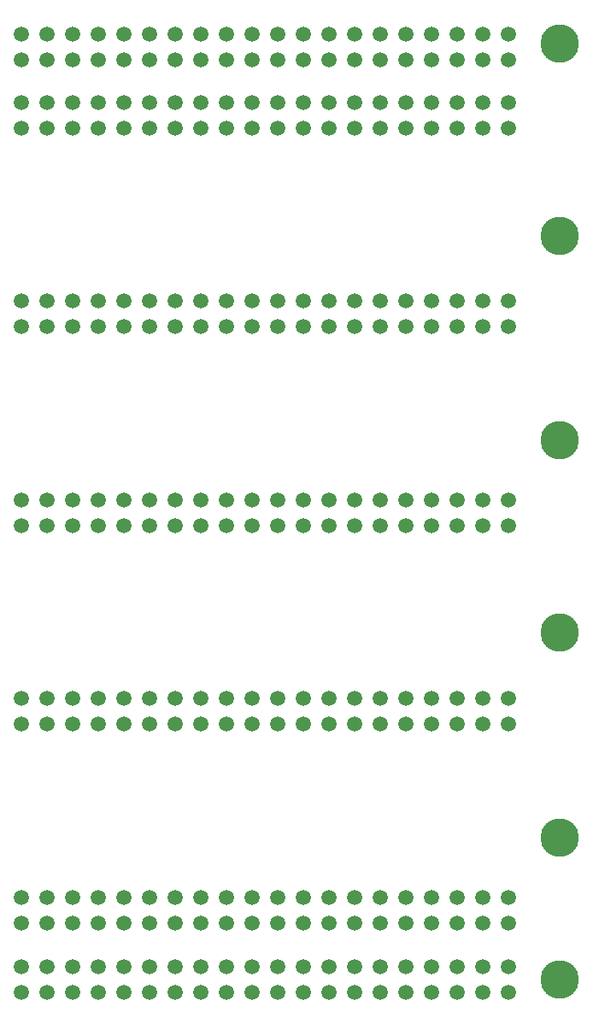
<source format=gbr>
G04 DipTrace 4.3.0.5*
G04 TopPaste.gbr*
%MOMM*%
G04 #@! TF.FileFunction,Paste,Top*
G04 #@! TF.Part,Single*
%ADD27C,3.8*%
%ADD29C,1.5*%
%FSLAX35Y35*%
G04*
G71*
G90*
G75*
G01*
G04 TopPaste*
%LPD*%
D29*
X4826000Y8559123D3*
Y8813123D3*
X4572000Y8559123D3*
Y8813123D3*
X4318000Y8559123D3*
Y8813123D3*
X4064000Y8559123D3*
Y8813123D3*
X3810000Y8559123D3*
Y8813123D3*
X3556000Y8559123D3*
Y8813123D3*
X3302000Y8559123D3*
Y8813123D3*
X3048000Y8559123D3*
Y8813123D3*
X2794000Y8559123D3*
Y8813123D3*
X2540000Y8559123D3*
Y8813123D3*
X2286000Y8559123D3*
Y8813123D3*
X2032000Y8559123D3*
Y8813123D3*
X1778000Y8559123D3*
Y8813123D3*
X1524000Y8559123D3*
Y8813123D3*
X1270000Y8559123D3*
Y8813123D3*
X1016000Y8559123D3*
Y8813123D3*
X762000Y8559123D3*
Y8813123D3*
X508000Y8559123D3*
Y8813123D3*
X254000Y8559123D3*
Y8813123D3*
X0Y8559123D3*
Y8813123D3*
X4826000Y9229873D3*
Y9483873D3*
X4572000Y9229873D3*
Y9483873D3*
X4318000Y9229873D3*
Y9483873D3*
X4064000Y9229873D3*
Y9483873D3*
X3810000Y9229873D3*
Y9483873D3*
X3556000Y9229873D3*
Y9483873D3*
X3302000Y9229873D3*
Y9483873D3*
X3048000Y9229873D3*
Y9483873D3*
X2794000Y9229873D3*
Y9483873D3*
X2540000Y9229873D3*
Y9483873D3*
X2286000Y9229873D3*
Y9483873D3*
X2032000Y9229873D3*
Y9483873D3*
X1778000Y9229873D3*
Y9483873D3*
X1524000Y9229873D3*
Y9483873D3*
X1270000Y9229873D3*
Y9483873D3*
X1016000Y9229873D3*
Y9483873D3*
X762000Y9229873D3*
Y9483873D3*
X508000Y9229873D3*
Y9483873D3*
X254000Y9229873D3*
Y9483873D3*
X0Y9229873D3*
Y9483873D3*
X4826000Y6590623D3*
Y6844623D3*
X4572000Y6590623D3*
Y6844623D3*
X4318000Y6590623D3*
Y6844623D3*
X4064000Y6590623D3*
Y6844623D3*
X3810000Y6590623D3*
Y6844623D3*
X3556000Y6590623D3*
Y6844623D3*
X3302000Y6590623D3*
Y6844623D3*
X3048000Y6590623D3*
Y6844623D3*
X2794000Y6590623D3*
Y6844623D3*
X2540000Y6590623D3*
Y6844623D3*
X2286000Y6590623D3*
Y6844623D3*
X2032000Y6590623D3*
Y6844623D3*
X1778000Y6590623D3*
Y6844623D3*
X1524000Y6590623D3*
Y6844623D3*
X1270000Y6590623D3*
Y6844623D3*
X1016000Y6590623D3*
Y6844623D3*
X762000Y6590623D3*
Y6844623D3*
X508000Y6590623D3*
Y6844623D3*
X254000Y6590623D3*
Y6844623D3*
X0Y6590623D3*
Y6844623D3*
X4826000Y0D3*
Y254000D3*
X4572000Y0D3*
Y254000D3*
X4318000Y0D3*
Y254000D3*
X4064000Y0D3*
Y254000D3*
X3810000Y0D3*
Y254000D3*
X3556000Y0D3*
Y254000D3*
X3302000Y0D3*
Y254000D3*
X3048000Y0D3*
Y254000D3*
X2794000Y0D3*
Y254000D3*
X2540000Y0D3*
Y254000D3*
X2286000Y0D3*
Y254000D3*
X2032000Y0D3*
Y254000D3*
X1778000Y0D3*
Y254000D3*
X1524000Y0D3*
Y254000D3*
X1270000Y0D3*
Y254000D3*
X1016000Y0D3*
Y254000D3*
X762000Y0D3*
Y254000D3*
X508000Y0D3*
Y254000D3*
X254000Y0D3*
Y254000D3*
X0Y0D3*
Y254000D3*
X4826000Y4622123D3*
Y4876123D3*
X4572000Y4622123D3*
Y4876123D3*
X4318000Y4622123D3*
Y4876123D3*
X4064000Y4622123D3*
Y4876123D3*
X3810000Y4622123D3*
Y4876123D3*
X3556000Y4622123D3*
Y4876123D3*
X3302000Y4622123D3*
Y4876123D3*
X3048000Y4622123D3*
Y4876123D3*
X2794000Y4622123D3*
Y4876123D3*
X2540000Y4622123D3*
Y4876123D3*
X2286000Y4622123D3*
Y4876123D3*
X2032000Y4622123D3*
Y4876123D3*
X1778000Y4622123D3*
Y4876123D3*
X1524000Y4622123D3*
Y4876123D3*
X1270000Y4622123D3*
Y4876123D3*
X1016000Y4622123D3*
Y4876123D3*
X762000Y4622123D3*
Y4876123D3*
X508000Y4622123D3*
Y4876123D3*
X254000Y4622123D3*
Y4876123D3*
X0Y4622123D3*
Y4876123D3*
X4826000Y2653623D3*
Y2907623D3*
X4572000Y2653623D3*
Y2907623D3*
X4318000Y2653623D3*
Y2907623D3*
X4064000Y2653623D3*
Y2907623D3*
X3810000Y2653623D3*
Y2907623D3*
X3556000Y2653623D3*
Y2907623D3*
X3302000Y2653623D3*
Y2907623D3*
X3048000Y2653623D3*
Y2907623D3*
X2794000Y2653623D3*
Y2907623D3*
X2540000Y2653623D3*
Y2907623D3*
X2286000Y2653623D3*
Y2907623D3*
X2032000Y2653623D3*
Y2907623D3*
X1778000Y2653623D3*
Y2907623D3*
X1524000Y2653623D3*
Y2907623D3*
X1270000Y2653623D3*
Y2907623D3*
X1016000Y2653623D3*
Y2907623D3*
X762000Y2653623D3*
Y2907623D3*
X508000Y2653623D3*
Y2907623D3*
X254000Y2653623D3*
Y2907623D3*
X0Y2653623D3*
Y2907623D3*
X4826000Y685123D3*
Y939123D3*
X4572000Y685123D3*
Y939123D3*
X4318000Y685123D3*
Y939123D3*
X4064000Y685123D3*
Y939123D3*
X3810000Y685123D3*
Y939123D3*
X3556000Y685123D3*
Y939123D3*
X3302000Y685123D3*
Y939123D3*
X3048000Y685123D3*
Y939123D3*
X2794000Y685123D3*
Y939123D3*
X2540000Y685123D3*
Y939123D3*
X2286000Y685123D3*
Y939123D3*
X2032000Y685123D3*
Y939123D3*
X1778000Y685123D3*
Y939123D3*
X1524000Y685123D3*
Y939123D3*
X1270000Y685123D3*
Y939123D3*
X1016000Y685123D3*
Y939123D3*
X762000Y685123D3*
Y939123D3*
X508000Y685123D3*
Y939123D3*
X254000Y685123D3*
Y939123D3*
X0Y685123D3*
Y939123D3*
D27*
X5334000Y9398000D3*
Y7493000D3*
Y5463497D3*
Y1526497D3*
Y127000D3*
Y3558497D3*
M02*

</source>
